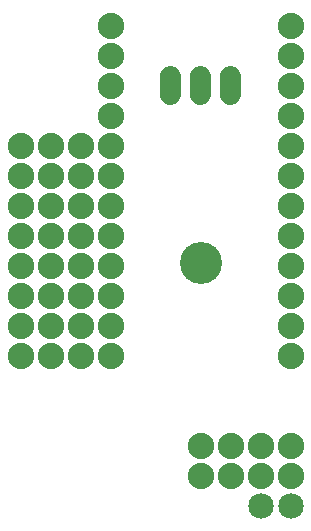
<source format=gts>
G04 MADE WITH FRITZING*
G04 WWW.FRITZING.ORG*
G04 DOUBLE SIDED*
G04 HOLES PLATED*
G04 CONTOUR ON CENTER OF CONTOUR VECTOR*
%ASAXBY*%
%FSLAX23Y23*%
%MOIN*%
%OFA0B0*%
%SFA1.0B1.0*%
%ADD10C,0.070000*%
%ADD11C,0.140000*%
%ADD12C,0.088000*%
%ADD13C,0.085000*%
%ADD14R,0.001000X0.001000*%
%LNMASK1*%
G90*
G70*
G54D10*
X781Y1485D03*
X681Y1485D03*
X581Y1485D03*
G54D11*
X681Y895D03*
G54D10*
X781Y1485D03*
X681Y1485D03*
X581Y1485D03*
G54D11*
X681Y895D03*
G54D12*
X981Y1685D03*
X981Y1585D03*
X981Y1485D03*
X981Y1385D03*
X981Y1285D03*
X981Y1185D03*
X981Y1085D03*
X981Y985D03*
X981Y885D03*
X981Y785D03*
X981Y685D03*
X981Y585D03*
X381Y1685D03*
X381Y1585D03*
X381Y1485D03*
X381Y1385D03*
X381Y1285D03*
X381Y1185D03*
X381Y1085D03*
X381Y985D03*
X381Y885D03*
X381Y785D03*
X381Y685D03*
X381Y585D03*
X281Y1285D03*
X281Y1185D03*
X281Y1085D03*
X281Y985D03*
X281Y885D03*
X281Y785D03*
X281Y685D03*
X281Y585D03*
X181Y1285D03*
X181Y1185D03*
X181Y1085D03*
X181Y985D03*
X181Y885D03*
X181Y785D03*
X181Y685D03*
X181Y585D03*
X81Y1285D03*
X81Y1185D03*
X81Y1085D03*
X81Y985D03*
X81Y885D03*
X81Y785D03*
X81Y685D03*
X81Y585D03*
G54D13*
X881Y85D03*
X981Y85D03*
G54D12*
X981Y185D03*
X881Y185D03*
X781Y185D03*
X681Y185D03*
X981Y285D03*
X881Y285D03*
X781Y285D03*
X681Y285D03*
G54D14*
X578Y1550D02*
X582Y1550D01*
X678Y1550D02*
X682Y1550D01*
X778Y1550D02*
X782Y1550D01*
X572Y1549D02*
X588Y1549D01*
X672Y1549D02*
X688Y1549D01*
X772Y1549D02*
X788Y1549D01*
X569Y1548D02*
X591Y1548D01*
X669Y1548D02*
X691Y1548D01*
X769Y1548D02*
X791Y1548D01*
X567Y1547D02*
X594Y1547D01*
X667Y1547D02*
X693Y1547D01*
X767Y1547D02*
X793Y1547D01*
X565Y1546D02*
X596Y1546D01*
X665Y1546D02*
X695Y1546D01*
X765Y1546D02*
X795Y1546D01*
X563Y1545D02*
X597Y1545D01*
X663Y1545D02*
X697Y1545D01*
X763Y1545D02*
X797Y1545D01*
X561Y1544D02*
X599Y1544D01*
X661Y1544D02*
X699Y1544D01*
X761Y1544D02*
X799Y1544D01*
X560Y1543D02*
X600Y1543D01*
X660Y1543D02*
X700Y1543D01*
X760Y1543D02*
X800Y1543D01*
X559Y1542D02*
X601Y1542D01*
X659Y1542D02*
X701Y1542D01*
X759Y1542D02*
X801Y1542D01*
X558Y1541D02*
X603Y1541D01*
X658Y1541D02*
X703Y1541D01*
X758Y1541D02*
X802Y1541D01*
X557Y1540D02*
X604Y1540D01*
X657Y1540D02*
X704Y1540D01*
X756Y1540D02*
X804Y1540D01*
X556Y1539D02*
X605Y1539D01*
X656Y1539D02*
X705Y1539D01*
X755Y1539D02*
X805Y1539D01*
X555Y1538D02*
X606Y1538D01*
X655Y1538D02*
X706Y1538D01*
X755Y1538D02*
X805Y1538D01*
X554Y1537D02*
X606Y1537D01*
X654Y1537D02*
X706Y1537D01*
X754Y1537D02*
X806Y1537D01*
X553Y1536D02*
X607Y1536D01*
X653Y1536D02*
X707Y1536D01*
X753Y1536D02*
X807Y1536D01*
X552Y1535D02*
X608Y1535D01*
X652Y1535D02*
X708Y1535D01*
X752Y1535D02*
X808Y1535D01*
X552Y1534D02*
X609Y1534D01*
X652Y1534D02*
X709Y1534D01*
X751Y1534D02*
X809Y1534D01*
X551Y1533D02*
X609Y1533D01*
X651Y1533D02*
X709Y1533D01*
X751Y1533D02*
X809Y1533D01*
X550Y1532D02*
X610Y1532D01*
X650Y1532D02*
X710Y1532D01*
X750Y1532D02*
X810Y1532D01*
X550Y1531D02*
X611Y1531D01*
X650Y1531D02*
X710Y1531D01*
X750Y1531D02*
X810Y1531D01*
X549Y1530D02*
X611Y1530D01*
X649Y1530D02*
X711Y1530D01*
X749Y1530D02*
X811Y1530D01*
X549Y1529D02*
X612Y1529D01*
X649Y1529D02*
X711Y1529D01*
X749Y1529D02*
X811Y1529D01*
X548Y1528D02*
X612Y1528D01*
X648Y1528D02*
X712Y1528D01*
X748Y1528D02*
X812Y1528D01*
X548Y1527D02*
X612Y1527D01*
X648Y1527D02*
X712Y1527D01*
X748Y1527D02*
X812Y1527D01*
X548Y1526D02*
X613Y1526D01*
X648Y1526D02*
X713Y1526D01*
X747Y1526D02*
X813Y1526D01*
X547Y1525D02*
X613Y1525D01*
X647Y1525D02*
X713Y1525D01*
X747Y1525D02*
X813Y1525D01*
X547Y1524D02*
X613Y1524D01*
X647Y1524D02*
X713Y1524D01*
X747Y1524D02*
X813Y1524D01*
X547Y1523D02*
X614Y1523D01*
X647Y1523D02*
X714Y1523D01*
X747Y1523D02*
X813Y1523D01*
X546Y1522D02*
X614Y1522D01*
X646Y1522D02*
X714Y1522D01*
X746Y1522D02*
X814Y1522D01*
X546Y1521D02*
X614Y1521D01*
X646Y1521D02*
X714Y1521D01*
X746Y1521D02*
X814Y1521D01*
X546Y1520D02*
X614Y1520D01*
X646Y1520D02*
X714Y1520D01*
X746Y1520D02*
X814Y1520D01*
X546Y1519D02*
X614Y1519D01*
X646Y1519D02*
X714Y1519D01*
X746Y1519D02*
X814Y1519D01*
X546Y1518D02*
X614Y1518D01*
X646Y1518D02*
X714Y1518D01*
X746Y1518D02*
X814Y1518D01*
X546Y1517D02*
X615Y1517D01*
X646Y1517D02*
X714Y1517D01*
X746Y1517D02*
X814Y1517D01*
X546Y1516D02*
X615Y1516D01*
X646Y1516D02*
X714Y1516D01*
X746Y1516D02*
X814Y1516D01*
X546Y1515D02*
X615Y1515D01*
X646Y1515D02*
X715Y1515D01*
X746Y1515D02*
X814Y1515D01*
X546Y1514D02*
X615Y1514D01*
X646Y1514D02*
X715Y1514D01*
X746Y1514D02*
X814Y1514D01*
X546Y1513D02*
X615Y1513D01*
X646Y1513D02*
X715Y1513D01*
X746Y1513D02*
X814Y1513D01*
X546Y1512D02*
X615Y1512D01*
X646Y1512D02*
X715Y1512D01*
X746Y1512D02*
X814Y1512D01*
X546Y1511D02*
X615Y1511D01*
X646Y1511D02*
X715Y1511D01*
X746Y1511D02*
X814Y1511D01*
X546Y1510D02*
X615Y1510D01*
X646Y1510D02*
X715Y1510D01*
X746Y1510D02*
X814Y1510D01*
X546Y1509D02*
X615Y1509D01*
X646Y1509D02*
X715Y1509D01*
X746Y1509D02*
X814Y1509D01*
X546Y1508D02*
X615Y1508D01*
X646Y1508D02*
X715Y1508D01*
X746Y1508D02*
X814Y1508D01*
X546Y1507D02*
X615Y1507D01*
X646Y1507D02*
X715Y1507D01*
X746Y1507D02*
X814Y1507D01*
X546Y1506D02*
X615Y1506D01*
X646Y1506D02*
X715Y1506D01*
X746Y1506D02*
X814Y1506D01*
X546Y1505D02*
X615Y1505D01*
X646Y1505D02*
X715Y1505D01*
X746Y1505D02*
X814Y1505D01*
X546Y1504D02*
X615Y1504D01*
X646Y1504D02*
X715Y1504D01*
X746Y1504D02*
X814Y1504D01*
X546Y1503D02*
X615Y1503D01*
X646Y1503D02*
X715Y1503D01*
X746Y1503D02*
X814Y1503D01*
X546Y1502D02*
X615Y1502D01*
X646Y1502D02*
X715Y1502D01*
X746Y1502D02*
X814Y1502D01*
X546Y1501D02*
X615Y1501D01*
X646Y1501D02*
X715Y1501D01*
X746Y1501D02*
X814Y1501D01*
X546Y1500D02*
X578Y1500D01*
X582Y1500D02*
X615Y1500D01*
X646Y1500D02*
X678Y1500D01*
X682Y1500D02*
X715Y1500D01*
X746Y1500D02*
X778Y1500D01*
X782Y1500D02*
X814Y1500D01*
X546Y1499D02*
X573Y1499D01*
X587Y1499D02*
X615Y1499D01*
X646Y1499D02*
X673Y1499D01*
X687Y1499D02*
X715Y1499D01*
X746Y1499D02*
X773Y1499D01*
X787Y1499D02*
X814Y1499D01*
X546Y1498D02*
X571Y1498D01*
X589Y1498D02*
X615Y1498D01*
X646Y1498D02*
X671Y1498D01*
X689Y1498D02*
X715Y1498D01*
X746Y1498D02*
X771Y1498D01*
X789Y1498D02*
X814Y1498D01*
X546Y1497D02*
X570Y1497D01*
X590Y1497D02*
X615Y1497D01*
X646Y1497D02*
X670Y1497D01*
X690Y1497D02*
X715Y1497D01*
X746Y1497D02*
X770Y1497D01*
X790Y1497D02*
X814Y1497D01*
X546Y1496D02*
X569Y1496D01*
X591Y1496D02*
X615Y1496D01*
X646Y1496D02*
X669Y1496D01*
X691Y1496D02*
X715Y1496D01*
X746Y1496D02*
X769Y1496D01*
X791Y1496D02*
X814Y1496D01*
X546Y1495D02*
X568Y1495D01*
X592Y1495D02*
X615Y1495D01*
X646Y1495D02*
X668Y1495D01*
X692Y1495D02*
X715Y1495D01*
X746Y1495D02*
X768Y1495D01*
X792Y1495D02*
X814Y1495D01*
X546Y1494D02*
X567Y1494D01*
X593Y1494D02*
X615Y1494D01*
X646Y1494D02*
X667Y1494D01*
X693Y1494D02*
X715Y1494D01*
X746Y1494D02*
X767Y1494D01*
X793Y1494D02*
X814Y1494D01*
X546Y1493D02*
X567Y1493D01*
X594Y1493D02*
X615Y1493D01*
X646Y1493D02*
X667Y1493D01*
X694Y1493D02*
X715Y1493D01*
X746Y1493D02*
X766Y1493D01*
X794Y1493D02*
X814Y1493D01*
X546Y1492D02*
X566Y1492D01*
X594Y1492D02*
X615Y1492D01*
X646Y1492D02*
X666Y1492D01*
X694Y1492D02*
X715Y1492D01*
X746Y1492D02*
X766Y1492D01*
X794Y1492D02*
X814Y1492D01*
X546Y1491D02*
X566Y1491D01*
X595Y1491D02*
X615Y1491D01*
X646Y1491D02*
X666Y1491D01*
X695Y1491D02*
X715Y1491D01*
X746Y1491D02*
X766Y1491D01*
X794Y1491D02*
X814Y1491D01*
X546Y1490D02*
X565Y1490D01*
X595Y1490D02*
X615Y1490D01*
X646Y1490D02*
X665Y1490D01*
X695Y1490D02*
X715Y1490D01*
X746Y1490D02*
X765Y1490D01*
X795Y1490D02*
X814Y1490D01*
X546Y1489D02*
X565Y1489D01*
X595Y1489D02*
X615Y1489D01*
X646Y1489D02*
X665Y1489D01*
X695Y1489D02*
X715Y1489D01*
X746Y1489D02*
X765Y1489D01*
X795Y1489D02*
X814Y1489D01*
X546Y1488D02*
X565Y1488D01*
X595Y1488D02*
X615Y1488D01*
X646Y1488D02*
X665Y1488D01*
X695Y1488D02*
X715Y1488D01*
X746Y1488D02*
X765Y1488D01*
X795Y1488D02*
X814Y1488D01*
X546Y1487D02*
X565Y1487D01*
X595Y1487D02*
X615Y1487D01*
X646Y1487D02*
X665Y1487D01*
X695Y1487D02*
X715Y1487D01*
X746Y1487D02*
X765Y1487D01*
X795Y1487D02*
X814Y1487D01*
X546Y1486D02*
X565Y1486D01*
X596Y1486D02*
X615Y1486D01*
X646Y1486D02*
X665Y1486D01*
X695Y1486D02*
X715Y1486D01*
X746Y1486D02*
X765Y1486D01*
X795Y1486D02*
X814Y1486D01*
X546Y1485D02*
X565Y1485D01*
X596Y1485D02*
X615Y1485D01*
X646Y1485D02*
X665Y1485D01*
X696Y1485D02*
X715Y1485D01*
X746Y1485D02*
X765Y1485D01*
X795Y1485D02*
X814Y1485D01*
X546Y1484D02*
X565Y1484D01*
X596Y1484D02*
X615Y1484D01*
X646Y1484D02*
X665Y1484D01*
X695Y1484D02*
X715Y1484D01*
X746Y1484D02*
X765Y1484D01*
X795Y1484D02*
X814Y1484D01*
X546Y1483D02*
X565Y1483D01*
X595Y1483D02*
X615Y1483D01*
X646Y1483D02*
X665Y1483D01*
X695Y1483D02*
X715Y1483D01*
X746Y1483D02*
X765Y1483D01*
X795Y1483D02*
X814Y1483D01*
X546Y1482D02*
X565Y1482D01*
X595Y1482D02*
X615Y1482D01*
X646Y1482D02*
X665Y1482D01*
X695Y1482D02*
X715Y1482D01*
X746Y1482D02*
X765Y1482D01*
X795Y1482D02*
X814Y1482D01*
X546Y1481D02*
X565Y1481D01*
X595Y1481D02*
X615Y1481D01*
X646Y1481D02*
X665Y1481D01*
X695Y1481D02*
X715Y1481D01*
X746Y1481D02*
X765Y1481D01*
X795Y1481D02*
X814Y1481D01*
X546Y1480D02*
X565Y1480D01*
X595Y1480D02*
X615Y1480D01*
X646Y1480D02*
X665Y1480D01*
X695Y1480D02*
X715Y1480D01*
X746Y1480D02*
X765Y1480D01*
X795Y1480D02*
X814Y1480D01*
X546Y1479D02*
X566Y1479D01*
X595Y1479D02*
X615Y1479D01*
X646Y1479D02*
X666Y1479D01*
X694Y1479D02*
X715Y1479D01*
X746Y1479D02*
X766Y1479D01*
X794Y1479D02*
X814Y1479D01*
X546Y1478D02*
X566Y1478D01*
X594Y1478D02*
X615Y1478D01*
X646Y1478D02*
X666Y1478D01*
X694Y1478D02*
X715Y1478D01*
X746Y1478D02*
X766Y1478D01*
X794Y1478D02*
X814Y1478D01*
X546Y1477D02*
X567Y1477D01*
X594Y1477D02*
X615Y1477D01*
X646Y1477D02*
X667Y1477D01*
X693Y1477D02*
X715Y1477D01*
X746Y1477D02*
X767Y1477D01*
X793Y1477D02*
X814Y1477D01*
X546Y1476D02*
X567Y1476D01*
X593Y1476D02*
X615Y1476D01*
X646Y1476D02*
X667Y1476D01*
X693Y1476D02*
X715Y1476D01*
X746Y1476D02*
X767Y1476D01*
X793Y1476D02*
X814Y1476D01*
X546Y1475D02*
X568Y1475D01*
X592Y1475D02*
X615Y1475D01*
X646Y1475D02*
X668Y1475D01*
X692Y1475D02*
X715Y1475D01*
X746Y1475D02*
X768Y1475D01*
X792Y1475D02*
X814Y1475D01*
X546Y1474D02*
X569Y1474D01*
X591Y1474D02*
X615Y1474D01*
X646Y1474D02*
X669Y1474D01*
X691Y1474D02*
X715Y1474D01*
X746Y1474D02*
X769Y1474D01*
X791Y1474D02*
X814Y1474D01*
X546Y1473D02*
X570Y1473D01*
X590Y1473D02*
X615Y1473D01*
X646Y1473D02*
X670Y1473D01*
X690Y1473D02*
X715Y1473D01*
X746Y1473D02*
X770Y1473D01*
X790Y1473D02*
X814Y1473D01*
X546Y1472D02*
X572Y1472D01*
X588Y1472D02*
X615Y1472D01*
X646Y1472D02*
X672Y1472D01*
X688Y1472D02*
X715Y1472D01*
X746Y1472D02*
X772Y1472D01*
X788Y1472D02*
X814Y1472D01*
X546Y1471D02*
X574Y1471D01*
X586Y1471D02*
X615Y1471D01*
X646Y1471D02*
X674Y1471D01*
X686Y1471D02*
X715Y1471D01*
X746Y1471D02*
X774Y1471D01*
X786Y1471D02*
X814Y1471D01*
X546Y1470D02*
X615Y1470D01*
X646Y1470D02*
X715Y1470D01*
X746Y1470D02*
X814Y1470D01*
X546Y1469D02*
X615Y1469D01*
X646Y1469D02*
X715Y1469D01*
X746Y1469D02*
X814Y1469D01*
X546Y1468D02*
X615Y1468D01*
X646Y1468D02*
X715Y1468D01*
X746Y1468D02*
X814Y1468D01*
X546Y1467D02*
X615Y1467D01*
X646Y1467D02*
X715Y1467D01*
X746Y1467D02*
X814Y1467D01*
X546Y1466D02*
X615Y1466D01*
X646Y1466D02*
X715Y1466D01*
X746Y1466D02*
X814Y1466D01*
X546Y1465D02*
X615Y1465D01*
X646Y1465D02*
X715Y1465D01*
X746Y1465D02*
X814Y1465D01*
X546Y1464D02*
X615Y1464D01*
X646Y1464D02*
X715Y1464D01*
X746Y1464D02*
X814Y1464D01*
X546Y1463D02*
X615Y1463D01*
X646Y1463D02*
X715Y1463D01*
X746Y1463D02*
X814Y1463D01*
X546Y1462D02*
X615Y1462D01*
X646Y1462D02*
X715Y1462D01*
X746Y1462D02*
X814Y1462D01*
X546Y1461D02*
X615Y1461D01*
X646Y1461D02*
X715Y1461D01*
X746Y1461D02*
X814Y1461D01*
X546Y1460D02*
X615Y1460D01*
X646Y1460D02*
X715Y1460D01*
X746Y1460D02*
X814Y1460D01*
X546Y1459D02*
X615Y1459D01*
X646Y1459D02*
X715Y1459D01*
X746Y1459D02*
X814Y1459D01*
X546Y1458D02*
X615Y1458D01*
X646Y1458D02*
X715Y1458D01*
X746Y1458D02*
X814Y1458D01*
X546Y1457D02*
X615Y1457D01*
X646Y1457D02*
X715Y1457D01*
X746Y1457D02*
X814Y1457D01*
X546Y1456D02*
X615Y1456D01*
X646Y1456D02*
X715Y1456D01*
X746Y1456D02*
X814Y1456D01*
X546Y1455D02*
X615Y1455D01*
X646Y1455D02*
X715Y1455D01*
X746Y1455D02*
X814Y1455D01*
X546Y1454D02*
X615Y1454D01*
X646Y1454D02*
X714Y1454D01*
X746Y1454D02*
X814Y1454D01*
X546Y1453D02*
X615Y1453D01*
X646Y1453D02*
X714Y1453D01*
X746Y1453D02*
X814Y1453D01*
X546Y1452D02*
X614Y1452D01*
X646Y1452D02*
X714Y1452D01*
X746Y1452D02*
X814Y1452D01*
X546Y1451D02*
X614Y1451D01*
X646Y1451D02*
X714Y1451D01*
X746Y1451D02*
X814Y1451D01*
X546Y1450D02*
X614Y1450D01*
X646Y1450D02*
X714Y1450D01*
X746Y1450D02*
X814Y1450D01*
X546Y1449D02*
X614Y1449D01*
X646Y1449D02*
X714Y1449D01*
X746Y1449D02*
X814Y1449D01*
X546Y1448D02*
X614Y1448D01*
X646Y1448D02*
X714Y1448D01*
X746Y1448D02*
X814Y1448D01*
X547Y1447D02*
X614Y1447D01*
X647Y1447D02*
X713Y1447D01*
X747Y1447D02*
X813Y1447D01*
X547Y1446D02*
X613Y1446D01*
X647Y1446D02*
X713Y1446D01*
X747Y1446D02*
X813Y1446D01*
X547Y1445D02*
X613Y1445D01*
X647Y1445D02*
X713Y1445D01*
X747Y1445D02*
X813Y1445D01*
X548Y1444D02*
X613Y1444D01*
X648Y1444D02*
X713Y1444D01*
X748Y1444D02*
X812Y1444D01*
X548Y1443D02*
X612Y1443D01*
X648Y1443D02*
X712Y1443D01*
X748Y1443D02*
X812Y1443D01*
X548Y1442D02*
X612Y1442D01*
X648Y1442D02*
X712Y1442D01*
X748Y1442D02*
X812Y1442D01*
X549Y1441D02*
X611Y1441D01*
X649Y1441D02*
X711Y1441D01*
X749Y1441D02*
X811Y1441D01*
X549Y1440D02*
X611Y1440D01*
X649Y1440D02*
X711Y1440D01*
X749Y1440D02*
X811Y1440D01*
X550Y1439D02*
X610Y1439D01*
X650Y1439D02*
X710Y1439D01*
X750Y1439D02*
X810Y1439D01*
X550Y1438D02*
X610Y1438D01*
X650Y1438D02*
X710Y1438D01*
X750Y1438D02*
X810Y1438D01*
X551Y1437D02*
X609Y1437D01*
X651Y1437D02*
X709Y1437D01*
X751Y1437D02*
X809Y1437D01*
X552Y1436D02*
X609Y1436D01*
X652Y1436D02*
X708Y1436D01*
X752Y1436D02*
X808Y1436D01*
X552Y1435D02*
X608Y1435D01*
X652Y1435D02*
X708Y1435D01*
X752Y1435D02*
X808Y1435D01*
X553Y1434D02*
X607Y1434D01*
X653Y1434D02*
X707Y1434D01*
X753Y1434D02*
X807Y1434D01*
X554Y1433D02*
X606Y1433D01*
X654Y1433D02*
X706Y1433D01*
X754Y1433D02*
X806Y1433D01*
X555Y1432D02*
X605Y1432D01*
X655Y1432D02*
X705Y1432D01*
X755Y1432D02*
X805Y1432D01*
X556Y1431D02*
X604Y1431D01*
X656Y1431D02*
X704Y1431D01*
X756Y1431D02*
X804Y1431D01*
X557Y1430D02*
X603Y1430D01*
X657Y1430D02*
X703Y1430D01*
X757Y1430D02*
X803Y1430D01*
X558Y1429D02*
X602Y1429D01*
X658Y1429D02*
X702Y1429D01*
X758Y1429D02*
X802Y1429D01*
X559Y1428D02*
X601Y1428D01*
X659Y1428D02*
X701Y1428D01*
X759Y1428D02*
X801Y1428D01*
X560Y1427D02*
X600Y1427D01*
X660Y1427D02*
X700Y1427D01*
X760Y1427D02*
X800Y1427D01*
X562Y1426D02*
X598Y1426D01*
X662Y1426D02*
X698Y1426D01*
X762Y1426D02*
X798Y1426D01*
X563Y1425D02*
X597Y1425D01*
X663Y1425D02*
X697Y1425D01*
X763Y1425D02*
X797Y1425D01*
X565Y1424D02*
X595Y1424D01*
X665Y1424D02*
X695Y1424D01*
X765Y1424D02*
X795Y1424D01*
X567Y1423D02*
X593Y1423D01*
X667Y1423D02*
X693Y1423D01*
X767Y1423D02*
X793Y1423D01*
X570Y1422D02*
X590Y1422D01*
X670Y1422D02*
X690Y1422D01*
X770Y1422D02*
X790Y1422D01*
X573Y1421D02*
X587Y1421D01*
X673Y1421D02*
X687Y1421D01*
X773Y1421D02*
X787Y1421D01*
D02*
G04 End of Mask1*
M02*
</source>
